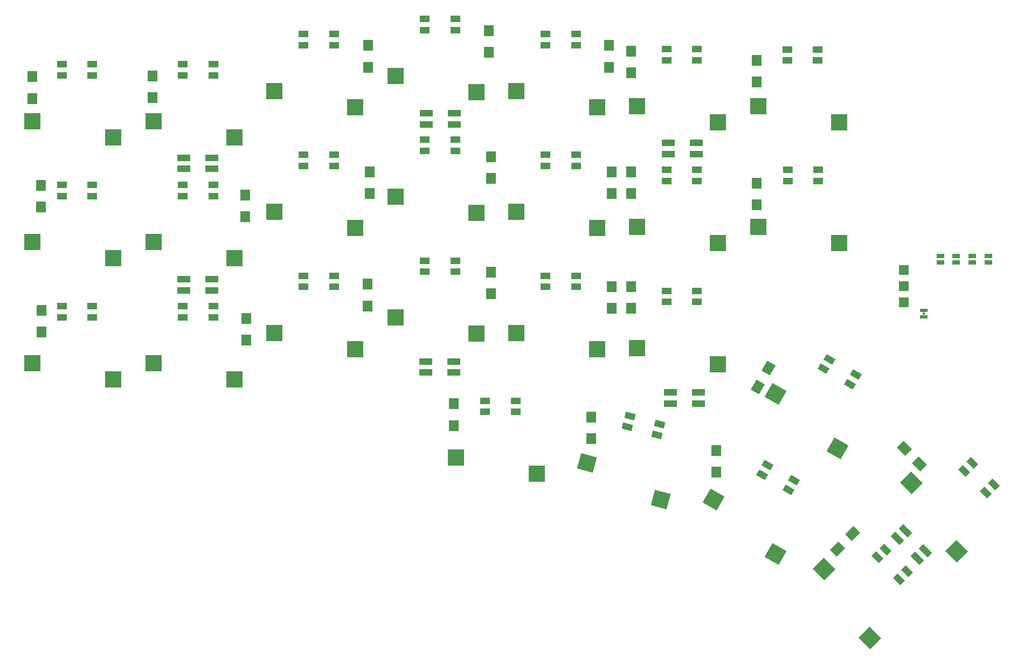
<source format=gtp>
G04 #@! TF.GenerationSoftware,KiCad,Pcbnew,(6.0.9)*
G04 #@! TF.CreationDate,2022-12-04T20:33:53+01:00*
G04 #@! TF.ProjectId,corne-cherry,636f726e-652d-4636-9865-7272792e6b69,2.1*
G04 #@! TF.SameCoordinates,Original*
G04 #@! TF.FileFunction,Paste,Top*
G04 #@! TF.FilePolarity,Positive*
%FSLAX46Y46*%
G04 Gerber Fmt 4.6, Leading zero omitted, Abs format (unit mm)*
G04 Created by KiCad (PCBNEW (6.0.9)) date 2022-12-04 20:33:53*
%MOMM*%
%LPD*%
G01*
G04 APERTURE LIST*
G04 Aperture macros list*
%AMRotRect*
0 Rectangle, with rotation*
0 The origin of the aperture is its center*
0 $1 length*
0 $2 width*
0 $3 Rotation angle, in degrees counterclockwise*
0 Add horizontal line*
21,1,$1,$2,0,0,$3*%
G04 Aperture macros list end*
%ADD10R,1.500000X1.800000*%
%ADD11R,1.600000X1.000000*%
%ADD12RotRect,1.600000X1.000000X345.000000*%
%ADD13RotRect,1.600000X1.000000X150.000000*%
%ADD14R,2.550000X2.500000*%
%ADD15RotRect,2.550000X2.500000X345.000000*%
%ADD16R,1.143000X0.635000*%
%ADD17R,1.524000X1.524000*%
%ADD18R,0.400000X0.400000*%
%ADD19R,1.143000X0.600000*%
%ADD20R,2.000000X1.000000*%
%ADD21RotRect,2.550000X2.500000X330.000000*%
%ADD22RotRect,1.800000X1.500000X225.000000*%
%ADD23RotRect,1.600000X1.000000X315.000000*%
%ADD24RotRect,2.550000X2.500000X315.000000*%
%ADD25RotRect,1.800000X1.500000X240.000000*%
%ADD26RotRect,1.800000X1.500000X315.000000*%
%ADD27RotRect,1.600000X1.000000X330.000000*%
%ADD28RotRect,2.000000X1.000000X315.000000*%
G04 APERTURE END LIST*
D10*
X62950480Y-72725980D03*
X62950480Y-76125980D03*
X81850480Y-72625980D03*
X81850480Y-76025980D03*
X115750480Y-67825980D03*
X115750480Y-71225980D03*
X134650480Y-65525980D03*
X134650480Y-68925980D03*
X153550480Y-67825980D03*
X153550480Y-71225980D03*
X157000000Y-68675000D03*
X157000000Y-72075000D03*
X64350480Y-89825980D03*
X64350480Y-93225980D03*
X96450480Y-91325980D03*
X96450480Y-94725980D03*
X116000000Y-87675000D03*
X116000000Y-91075000D03*
X135000000Y-85300000D03*
X135000000Y-88700000D03*
X154000000Y-87675000D03*
X154000000Y-91075000D03*
X157000000Y-87675000D03*
X157000000Y-91075000D03*
X64450480Y-109425980D03*
X64450480Y-112825980D03*
X96550480Y-110725980D03*
X96550480Y-114125980D03*
X115650480Y-105325980D03*
X115650480Y-108725980D03*
X135000000Y-103425980D03*
X135000000Y-106825980D03*
X154000000Y-105725980D03*
X154000000Y-109125980D03*
X157000000Y-105725980D03*
X157000000Y-109125980D03*
X129150480Y-124125980D03*
X129150480Y-127525980D03*
X150750480Y-126225980D03*
X150750480Y-129625980D03*
X170450480Y-131425980D03*
X170450480Y-134825980D03*
D11*
X67600000Y-72500000D03*
X67600000Y-70750000D03*
X72400000Y-70750000D03*
X72400000Y-72500000D03*
X86600000Y-72500000D03*
X86600000Y-70750000D03*
X91400000Y-70750000D03*
X91400000Y-72500000D03*
X105600000Y-67750000D03*
X105600000Y-66000000D03*
X110400000Y-66000000D03*
X110400000Y-67750000D03*
X124600000Y-65375000D03*
X124600000Y-63625000D03*
X129400000Y-63625000D03*
X129400000Y-65375000D03*
X143600000Y-67750000D03*
X143600000Y-66000000D03*
X148400000Y-66000000D03*
X148400000Y-67750000D03*
X162600000Y-70125000D03*
X162600000Y-68375000D03*
X167400000Y-68375000D03*
X167400000Y-70125000D03*
X67600000Y-91500000D03*
X67600000Y-89750000D03*
X72400000Y-89750000D03*
X72400000Y-91500000D03*
X86600000Y-91500000D03*
X86600000Y-89750000D03*
X91400000Y-89750000D03*
X91400000Y-91500000D03*
X105600000Y-86750000D03*
X105600000Y-85000000D03*
X110400000Y-85000000D03*
X110400000Y-86750000D03*
X124600000Y-84375000D03*
X124600000Y-82625000D03*
X129400000Y-82625000D03*
X129400000Y-84375000D03*
X143600000Y-86750000D03*
X143600000Y-85000000D03*
X148400000Y-85000000D03*
X148400000Y-86750000D03*
X167400000Y-87375000D03*
X167400000Y-89125000D03*
X162600000Y-89125000D03*
X162600000Y-87375000D03*
X67600000Y-110500000D03*
X67600000Y-108750000D03*
X72400000Y-108750000D03*
X72400000Y-110500000D03*
X86600000Y-110500000D03*
X86600000Y-108750000D03*
X91400000Y-108750000D03*
X91400000Y-110500000D03*
X105600000Y-105750000D03*
X105600000Y-104000000D03*
X110400000Y-104000000D03*
X110400000Y-105750000D03*
X124600000Y-103375000D03*
X124600000Y-101625000D03*
X129400000Y-101625000D03*
X129400000Y-103375000D03*
X143600000Y-105750000D03*
X143600000Y-104000000D03*
X148400000Y-104000000D03*
X148400000Y-105750000D03*
X162600000Y-108125000D03*
X162600000Y-106375000D03*
X167400000Y-106375000D03*
X167400000Y-108125000D03*
X134100000Y-125375000D03*
X134100000Y-123625000D03*
X138900000Y-123625000D03*
X138900000Y-125375000D03*
D12*
X156455311Y-127724019D03*
X156908245Y-126033649D03*
X161544689Y-127275981D03*
X161091755Y-128966351D03*
D13*
X182613425Y-136133386D03*
X181738425Y-137648930D03*
X177581503Y-135248930D03*
X178456503Y-133733386D03*
D14*
X63000000Y-79705000D03*
X75700000Y-82245000D03*
X82000000Y-79705000D03*
X94700000Y-82245000D03*
X101000000Y-74955000D03*
X113700000Y-77495000D03*
X120000000Y-72580000D03*
X132700000Y-75120000D03*
X139000000Y-74955000D03*
X151700000Y-77495000D03*
X158000000Y-77330000D03*
X170700000Y-79870000D03*
X63000000Y-98705000D03*
X75700000Y-101245000D03*
X82000000Y-98705000D03*
X94700000Y-101245000D03*
X101000000Y-93955000D03*
X113700000Y-96495000D03*
X120000000Y-91580000D03*
X132700000Y-94120000D03*
X139000000Y-93955000D03*
X151700000Y-96495000D03*
X158000000Y-96330000D03*
X170700000Y-98870000D03*
X63000000Y-117705000D03*
X75700000Y-120245000D03*
X82000000Y-117705000D03*
X94700000Y-120245000D03*
X101000000Y-112955000D03*
X113700000Y-115495000D03*
X120000000Y-110580000D03*
X132700000Y-113120000D03*
X139000000Y-112955000D03*
X151700000Y-115495000D03*
X158000000Y-115330000D03*
X170700000Y-117870000D03*
X129500000Y-132580000D03*
X142200000Y-135120000D03*
D15*
X150070766Y-133430355D03*
X161680624Y-139170809D03*
D16*
X213133480Y-100883600D03*
X213133480Y-101884360D03*
X210633480Y-100883600D03*
X210633480Y-101884360D03*
X208133480Y-100883600D03*
X208133480Y-101884360D03*
X205633480Y-100883600D03*
X205633480Y-101884360D03*
D17*
X199850480Y-108165980D03*
X199850480Y-105625980D03*
X199850480Y-103085980D03*
D18*
X203050480Y-109925980D03*
D19*
X203050480Y-109425980D03*
X203050480Y-110425980D03*
D20*
X86760480Y-85450980D03*
X86760480Y-87200980D03*
X91160480Y-87200980D03*
X91160480Y-85450980D03*
X124850480Y-78450980D03*
X124850480Y-80200980D03*
X129250480Y-80200980D03*
X129250480Y-78450980D03*
X162860480Y-83150980D03*
X162860480Y-84900980D03*
X167260480Y-84900980D03*
X167260480Y-83150980D03*
X91200000Y-106300980D03*
X91200000Y-104550980D03*
X86800000Y-104550980D03*
X86800000Y-106300980D03*
X129200000Y-119200980D03*
X129200000Y-117450980D03*
X124800000Y-117450980D03*
X124800000Y-119200980D03*
X167640480Y-124100980D03*
X167640480Y-122350980D03*
X163240480Y-122350980D03*
X163240480Y-124100980D03*
D21*
X169995285Y-139175504D03*
X179723808Y-147725208D03*
D22*
X191852562Y-144523898D03*
X189448398Y-146928062D03*
D23*
X195723793Y-148258555D03*
X196961230Y-147021118D03*
X200355343Y-150415231D03*
X199117906Y-151652668D03*
D24*
X187376397Y-150100568D03*
X194560602Y-160876875D03*
D25*
X178650480Y-118481494D03*
X176950480Y-121425980D03*
D10*
X176750480Y-70125980D03*
X176750480Y-73525980D03*
X176750480Y-89425980D03*
X176750480Y-92825980D03*
D14*
X177050480Y-77385980D03*
X189750480Y-79925980D03*
D23*
X209374688Y-134668677D03*
X210612125Y-133431240D03*
X214006238Y-136825353D03*
X212768801Y-138062790D03*
D26*
X199950480Y-131125980D03*
X202354644Y-133530144D03*
D21*
X179698302Y-122560326D03*
X189426825Y-131110030D03*
D27*
X187284519Y-118620612D03*
X188159519Y-117105068D03*
X192316441Y-119505068D03*
X191441441Y-121020612D03*
D28*
X200113564Y-144051627D03*
X198876127Y-145289064D03*
X201987396Y-148400333D03*
X203224833Y-147162896D03*
D11*
X181550480Y-70180980D03*
X181550480Y-68430980D03*
X186350480Y-68430980D03*
X186350480Y-70180980D03*
X186450480Y-87350980D03*
X186450480Y-89100980D03*
X181650480Y-89100980D03*
X181650480Y-87350980D03*
D24*
X201027292Y-136510690D03*
X208211497Y-147286997D03*
D14*
X177050480Y-96305980D03*
X189750480Y-98845980D03*
M02*

</source>
